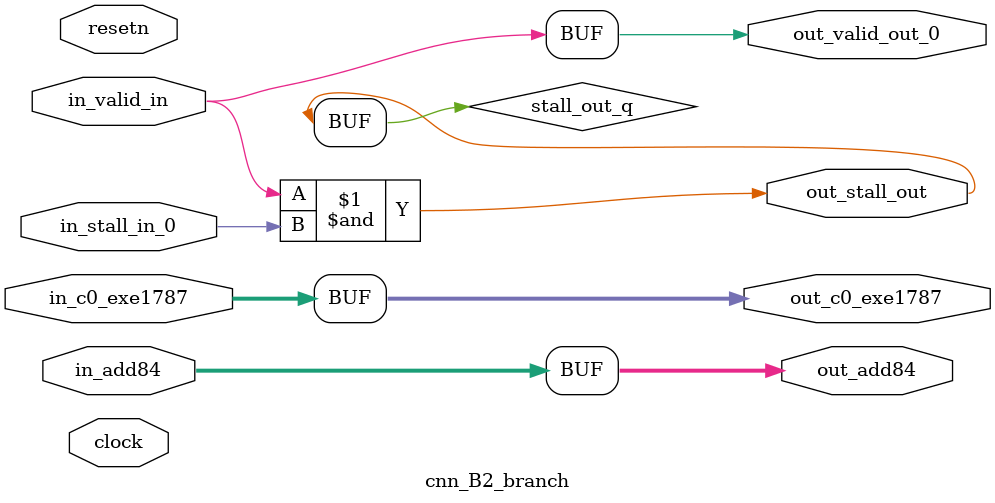
<source format=sv>



(* altera_attribute = "-name AUTO_SHIFT_REGISTER_RECOGNITION OFF; -name MESSAGE_DISABLE 10036; -name MESSAGE_DISABLE 10037; -name MESSAGE_DISABLE 14130; -name MESSAGE_DISABLE 14320; -name MESSAGE_DISABLE 15400; -name MESSAGE_DISABLE 14130; -name MESSAGE_DISABLE 10036; -name MESSAGE_DISABLE 12020; -name MESSAGE_DISABLE 12030; -name MESSAGE_DISABLE 12010; -name MESSAGE_DISABLE 12110; -name MESSAGE_DISABLE 14320; -name MESSAGE_DISABLE 13410; -name MESSAGE_DISABLE 113007; -name MESSAGE_DISABLE 10958" *)
module cnn_B2_branch (
    input wire [63:0] in_add84,
    input wire [63:0] in_c0_exe1787,
    input wire [0:0] in_stall_in_0,
    input wire [0:0] in_valid_in,
    output wire [63:0] out_add84,
    output wire [63:0] out_c0_exe1787,
    output wire [0:0] out_stall_out,
    output wire [0:0] out_valid_out_0,
    input wire clock,
    input wire resetn
    );

    wire [0:0] stall_out_q;
    reg [0:0] rst_sync_rst_sclrn;


    // out_add84(GPOUT,6)
    assign out_add84 = in_add84;

    // out_c0_exe1787(GPOUT,7)
    assign out_c0_exe1787 = in_c0_exe1787;

    // stall_out(LOGICAL,10)
    assign stall_out_q = in_valid_in & in_stall_in_0;

    // out_stall_out(GPOUT,8)
    assign out_stall_out = stall_out_q;

    // out_valid_out_0(GPOUT,9)
    assign out_valid_out_0 = in_valid_in;

    // rst_sync(RESETSYNC,11)
    acl_reset_handler #(
        .ASYNC_RESET(0),
        .USE_SYNCHRONIZER(1),
        .PULSE_EXTENSION(0),
        .PIPE_DEPTH(3),
        .DUPLICATE(1)
    ) therst_sync (
        .clk(clock),
        .i_resetn(resetn),
        .o_sclrn(rst_sync_rst_sclrn)
    );

endmodule

</source>
